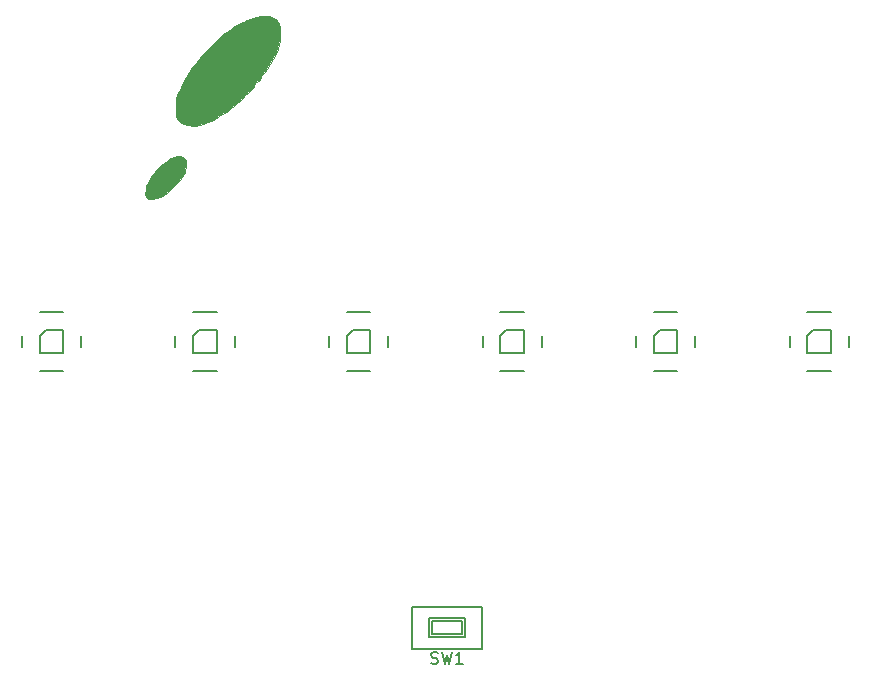
<source format=gbr>
G04 #@! TF.FileFunction,Legend,Top*
%FSLAX46Y46*%
G04 Gerber Fmt 4.6, Leading zero omitted, Abs format (unit mm)*
G04 Created by KiCad (PCBNEW 4.0.4-stable) date 12/07/16 00:40:48*
%MOMM*%
%LPD*%
G01*
G04 APERTURE LIST*
%ADD10C,0.100000*%
%ADD11C,0.200000*%
%ADD12C,0.150000*%
%ADD13C,0.010000*%
G04 APERTURE END LIST*
D10*
D11*
X238050000Y-146325000D02*
X238050000Y-148325000D01*
X238050000Y-148325000D02*
X236050000Y-148325000D01*
X236050000Y-148325000D02*
X236050000Y-146825000D01*
X236050000Y-146825000D02*
X236550000Y-146325000D01*
X236550000Y-146325000D02*
X238050000Y-146325000D01*
X238050000Y-144825000D02*
X236050000Y-144825000D01*
X234550000Y-146825000D02*
X234550000Y-147825000D01*
X238050000Y-149825000D02*
X236050000Y-149825000D01*
X239550000Y-146825000D02*
X239550000Y-147825000D01*
X225050000Y-146325000D02*
X225050000Y-148325000D01*
X225050000Y-148325000D02*
X223050000Y-148325000D01*
X223050000Y-148325000D02*
X223050000Y-146825000D01*
X223050000Y-146825000D02*
X223550000Y-146325000D01*
X223550000Y-146325000D02*
X225050000Y-146325000D01*
X225050000Y-144825000D02*
X223050000Y-144825000D01*
X221550000Y-146825000D02*
X221550000Y-147825000D01*
X225050000Y-149825000D02*
X223050000Y-149825000D01*
X226550000Y-146825000D02*
X226550000Y-147825000D01*
X212050000Y-146325000D02*
X212050000Y-148325000D01*
X212050000Y-148325000D02*
X210050000Y-148325000D01*
X210050000Y-148325000D02*
X210050000Y-146825000D01*
X210050000Y-146825000D02*
X210550000Y-146325000D01*
X210550000Y-146325000D02*
X212050000Y-146325000D01*
X212050000Y-144825000D02*
X210050000Y-144825000D01*
X208550000Y-146825000D02*
X208550000Y-147825000D01*
X212050000Y-149825000D02*
X210050000Y-149825000D01*
X213550000Y-146825000D02*
X213550000Y-147825000D01*
X199050000Y-146325000D02*
X199050000Y-148325000D01*
X199050000Y-148325000D02*
X197050000Y-148325000D01*
X197050000Y-148325000D02*
X197050000Y-146825000D01*
X197050000Y-146825000D02*
X197550000Y-146325000D01*
X197550000Y-146325000D02*
X199050000Y-146325000D01*
X199050000Y-144825000D02*
X197050000Y-144825000D01*
X195550000Y-146825000D02*
X195550000Y-147825000D01*
X199050000Y-149825000D02*
X197050000Y-149825000D01*
X200550000Y-146825000D02*
X200550000Y-147825000D01*
X186050000Y-146325000D02*
X186050000Y-148325000D01*
X186050000Y-148325000D02*
X184050000Y-148325000D01*
X184050000Y-148325000D02*
X184050000Y-146825000D01*
X184050000Y-146825000D02*
X184550000Y-146325000D01*
X184550000Y-146325000D02*
X186050000Y-146325000D01*
X186050000Y-144825000D02*
X184050000Y-144825000D01*
X182550000Y-146825000D02*
X182550000Y-147825000D01*
X186050000Y-149825000D02*
X184050000Y-149825000D01*
X187550000Y-146825000D02*
X187550000Y-147825000D01*
X173050000Y-146325000D02*
X173050000Y-148325000D01*
X173050000Y-148325000D02*
X171050000Y-148325000D01*
X171050000Y-148325000D02*
X171050000Y-146825000D01*
X171050000Y-146825000D02*
X171550000Y-146325000D01*
X171550000Y-146325000D02*
X173050000Y-146325000D01*
X173050000Y-144825000D02*
X171050000Y-144825000D01*
X169550000Y-146825000D02*
X169550000Y-147825000D01*
X173050000Y-149825000D02*
X171050000Y-149825000D01*
X174550000Y-146825000D02*
X174550000Y-147825000D01*
D12*
X206789890Y-172125220D02*
X204289890Y-172125220D01*
X204289890Y-172125220D02*
X204289890Y-171025220D01*
X204289890Y-171025220D02*
X206789890Y-171025220D01*
X206789890Y-171025220D02*
X206789890Y-172125220D01*
X207039890Y-170775220D02*
X204039890Y-170775220D01*
X207039890Y-172375220D02*
X204039890Y-172375220D01*
X204039890Y-172375220D02*
X204039890Y-170775220D01*
X207039890Y-172375220D02*
X207039890Y-170775220D01*
X208539890Y-169825220D02*
X202539890Y-169825220D01*
X208539890Y-173325220D02*
X202539890Y-173325220D01*
X208539890Y-173325220D02*
X208539890Y-169825220D01*
X202539890Y-173325220D02*
X202539890Y-169825220D01*
D13*
G36*
X183305181Y-131758539D02*
X183444601Y-132001466D01*
X183473888Y-132266176D01*
X183450646Y-132540552D01*
X183398792Y-132812064D01*
X183331483Y-133030148D01*
X183261874Y-133144242D01*
X183243768Y-133150666D01*
X183173638Y-133219598D01*
X183081912Y-133386731D01*
X183076456Y-133398902D01*
X182904756Y-133679919D01*
X182630412Y-134012736D01*
X182293317Y-134357733D01*
X181933363Y-134675290D01*
X181590442Y-134925789D01*
X181464822Y-134999490D01*
X181024107Y-135181846D01*
X180593564Y-135265816D01*
X180221580Y-135243791D01*
X180118166Y-135211260D01*
X180043341Y-135098410D01*
X180011486Y-134869848D01*
X180020244Y-134573012D01*
X180067256Y-134255344D01*
X180150165Y-133964284D01*
X180184137Y-133883991D01*
X180457099Y-133422468D01*
X180834939Y-132945665D01*
X181277075Y-132494124D01*
X181742925Y-132108389D01*
X182191908Y-131829001D01*
X182284185Y-131785923D01*
X182716028Y-131647156D01*
X183059342Y-131639232D01*
X183305181Y-131758539D01*
X183305181Y-131758539D01*
G37*
X183305181Y-131758539D02*
X183444601Y-132001466D01*
X183473888Y-132266176D01*
X183450646Y-132540552D01*
X183398792Y-132812064D01*
X183331483Y-133030148D01*
X183261874Y-133144242D01*
X183243768Y-133150666D01*
X183173638Y-133219598D01*
X183081912Y-133386731D01*
X183076456Y-133398902D01*
X182904756Y-133679919D01*
X182630412Y-134012736D01*
X182293317Y-134357733D01*
X181933363Y-134675290D01*
X181590442Y-134925789D01*
X181464822Y-134999490D01*
X181024107Y-135181846D01*
X180593564Y-135265816D01*
X180221580Y-135243791D01*
X180118166Y-135211260D01*
X180043341Y-135098410D01*
X180011486Y-134869848D01*
X180020244Y-134573012D01*
X180067256Y-134255344D01*
X180150165Y-133964284D01*
X180184137Y-133883991D01*
X180457099Y-133422468D01*
X180834939Y-132945665D01*
X181277075Y-132494124D01*
X181742925Y-132108389D01*
X182191908Y-131829001D01*
X182284185Y-131785923D01*
X182716028Y-131647156D01*
X183059342Y-131639232D01*
X183305181Y-131758539D01*
G36*
X190378135Y-119807465D02*
X190682374Y-119889171D01*
X190948937Y-120001640D01*
X191132181Y-120126198D01*
X191188333Y-120227804D01*
X191249665Y-120360895D01*
X191294166Y-120387400D01*
X191358266Y-120490826D01*
X191395437Y-120723767D01*
X191407220Y-121048815D01*
X191395158Y-121428563D01*
X191360793Y-121825604D01*
X191305668Y-122202530D01*
X191231325Y-122521934D01*
X191202561Y-122609097D01*
X191044423Y-122978366D01*
X190823499Y-123411388D01*
X190568608Y-123858697D01*
X190308570Y-124270831D01*
X190072204Y-124598326D01*
X189981833Y-124704266D01*
X189833832Y-124886378D01*
X189753523Y-125028295D01*
X189748756Y-125052787D01*
X189684296Y-125160629D01*
X189526681Y-125297702D01*
X189499198Y-125316703D01*
X189316196Y-125479722D01*
X189208550Y-125650051D01*
X189205261Y-125661534D01*
X189171724Y-125743865D01*
X189098225Y-125851204D01*
X188968457Y-126001087D01*
X188766113Y-126211049D01*
X188474885Y-126498626D01*
X188078466Y-126881353D01*
X188008108Y-126948833D01*
X187847903Y-127080966D01*
X187733056Y-127139197D01*
X187729906Y-127139333D01*
X187632546Y-127206395D01*
X187605173Y-127257321D01*
X187504736Y-127375730D01*
X187286565Y-127554849D01*
X186981718Y-127774557D01*
X186621258Y-128014736D01*
X186236245Y-128255263D01*
X185857740Y-128476019D01*
X185516804Y-128656884D01*
X185277553Y-128765093D01*
X184658648Y-128961265D01*
X184082155Y-129050831D01*
X183578334Y-129031074D01*
X183272000Y-128945284D01*
X182911484Y-128742504D01*
X182690095Y-128485528D01*
X182585044Y-128176151D01*
X182555665Y-127820050D01*
X182570700Y-127373140D01*
X182623278Y-126905996D01*
X182706533Y-126489191D01*
X182768339Y-126292666D01*
X182892239Y-126012920D01*
X183075070Y-125650348D01*
X183295551Y-125242114D01*
X183532402Y-124825382D01*
X183764341Y-124437316D01*
X183970088Y-124115079D01*
X184128363Y-123895836D01*
X184164389Y-123854670D01*
X184353369Y-123640240D01*
X184564788Y-123377682D01*
X184631764Y-123289113D01*
X184855341Y-123017595D01*
X185118665Y-122738783D01*
X185207674Y-122654113D01*
X185436830Y-122440885D01*
X185724624Y-122167505D01*
X186009170Y-121892767D01*
X186012008Y-121890000D01*
X186352884Y-121581097D01*
X186754985Y-121253193D01*
X187177422Y-120936322D01*
X187579304Y-120660518D01*
X187919744Y-120455816D01*
X188055666Y-120388851D01*
X188316862Y-120270920D01*
X188550260Y-120159087D01*
X188563666Y-120152318D01*
X188934784Y-120001602D01*
X189378347Y-119875629D01*
X189813383Y-119794514D01*
X190081867Y-119775192D01*
X190378135Y-119807465D01*
X190378135Y-119807465D01*
G37*
X190378135Y-119807465D02*
X190682374Y-119889171D01*
X190948937Y-120001640D01*
X191132181Y-120126198D01*
X191188333Y-120227804D01*
X191249665Y-120360895D01*
X191294166Y-120387400D01*
X191358266Y-120490826D01*
X191395437Y-120723767D01*
X191407220Y-121048815D01*
X191395158Y-121428563D01*
X191360793Y-121825604D01*
X191305668Y-122202530D01*
X191231325Y-122521934D01*
X191202561Y-122609097D01*
X191044423Y-122978366D01*
X190823499Y-123411388D01*
X190568608Y-123858697D01*
X190308570Y-124270831D01*
X190072204Y-124598326D01*
X189981833Y-124704266D01*
X189833832Y-124886378D01*
X189753523Y-125028295D01*
X189748756Y-125052787D01*
X189684296Y-125160629D01*
X189526681Y-125297702D01*
X189499198Y-125316703D01*
X189316196Y-125479722D01*
X189208550Y-125650051D01*
X189205261Y-125661534D01*
X189171724Y-125743865D01*
X189098225Y-125851204D01*
X188968457Y-126001087D01*
X188766113Y-126211049D01*
X188474885Y-126498626D01*
X188078466Y-126881353D01*
X188008108Y-126948833D01*
X187847903Y-127080966D01*
X187733056Y-127139197D01*
X187729906Y-127139333D01*
X187632546Y-127206395D01*
X187605173Y-127257321D01*
X187504736Y-127375730D01*
X187286565Y-127554849D01*
X186981718Y-127774557D01*
X186621258Y-128014736D01*
X186236245Y-128255263D01*
X185857740Y-128476019D01*
X185516804Y-128656884D01*
X185277553Y-128765093D01*
X184658648Y-128961265D01*
X184082155Y-129050831D01*
X183578334Y-129031074D01*
X183272000Y-128945284D01*
X182911484Y-128742504D01*
X182690095Y-128485528D01*
X182585044Y-128176151D01*
X182555665Y-127820050D01*
X182570700Y-127373140D01*
X182623278Y-126905996D01*
X182706533Y-126489191D01*
X182768339Y-126292666D01*
X182892239Y-126012920D01*
X183075070Y-125650348D01*
X183295551Y-125242114D01*
X183532402Y-124825382D01*
X183764341Y-124437316D01*
X183970088Y-124115079D01*
X184128363Y-123895836D01*
X184164389Y-123854670D01*
X184353369Y-123640240D01*
X184564788Y-123377682D01*
X184631764Y-123289113D01*
X184855341Y-123017595D01*
X185118665Y-122738783D01*
X185207674Y-122654113D01*
X185436830Y-122440885D01*
X185724624Y-122167505D01*
X186009170Y-121892767D01*
X186012008Y-121890000D01*
X186352884Y-121581097D01*
X186754985Y-121253193D01*
X187177422Y-120936322D01*
X187579304Y-120660518D01*
X187919744Y-120455816D01*
X188055666Y-120388851D01*
X188316862Y-120270920D01*
X188550260Y-120159087D01*
X188563666Y-120152318D01*
X188934784Y-120001602D01*
X189378347Y-119875629D01*
X189813383Y-119794514D01*
X190081867Y-119775192D01*
X190378135Y-119807465D01*
D12*
X204206557Y-174579982D02*
X204349414Y-174627601D01*
X204587510Y-174627601D01*
X204682748Y-174579982D01*
X204730367Y-174532363D01*
X204777986Y-174437125D01*
X204777986Y-174341887D01*
X204730367Y-174246649D01*
X204682748Y-174199030D01*
X204587510Y-174151410D01*
X204397033Y-174103791D01*
X204301795Y-174056172D01*
X204254176Y-174008553D01*
X204206557Y-173913315D01*
X204206557Y-173818077D01*
X204254176Y-173722839D01*
X204301795Y-173675220D01*
X204397033Y-173627601D01*
X204635129Y-173627601D01*
X204777986Y-173675220D01*
X205111319Y-173627601D02*
X205349414Y-174627601D01*
X205539891Y-173913315D01*
X205730367Y-174627601D01*
X205968462Y-173627601D01*
X206873224Y-174627601D02*
X206301795Y-174627601D01*
X206587509Y-174627601D02*
X206587509Y-173627601D01*
X206492271Y-173770458D01*
X206397033Y-173865696D01*
X206301795Y-173913315D01*
M02*

</source>
